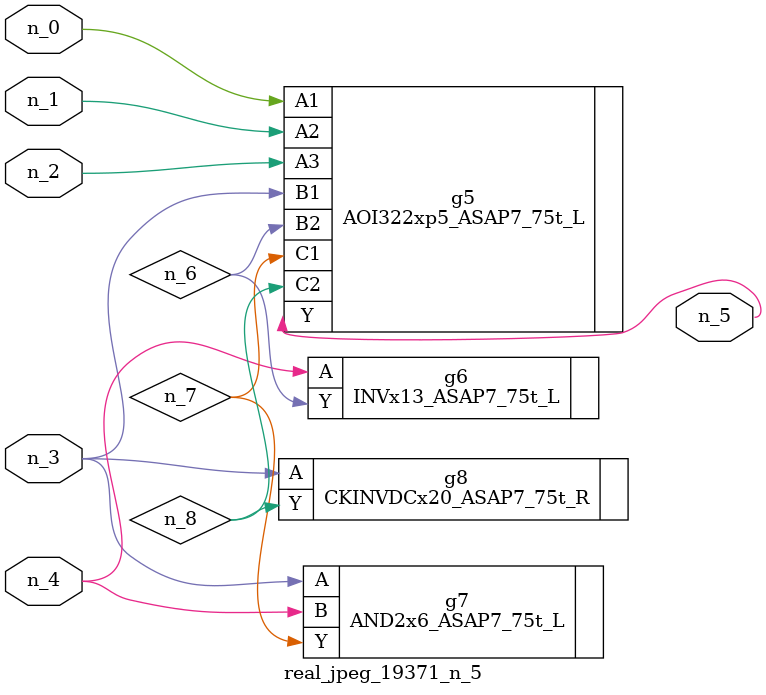
<source format=v>
module real_jpeg_19371_n_5 (n_4, n_0, n_1, n_2, n_3, n_5);

input n_4;
input n_0;
input n_1;
input n_2;
input n_3;

output n_5;

wire n_8;
wire n_6;
wire n_7;

AOI322xp5_ASAP7_75t_L g5 ( 
.A1(n_0),
.A2(n_1),
.A3(n_2),
.B1(n_3),
.B2(n_6),
.C1(n_7),
.C2(n_8),
.Y(n_5)
);

AND2x6_ASAP7_75t_L g7 ( 
.A(n_3),
.B(n_4),
.Y(n_7)
);

CKINVDCx20_ASAP7_75t_R g8 ( 
.A(n_3),
.Y(n_8)
);

INVx13_ASAP7_75t_L g6 ( 
.A(n_4),
.Y(n_6)
);


endmodule
</source>
